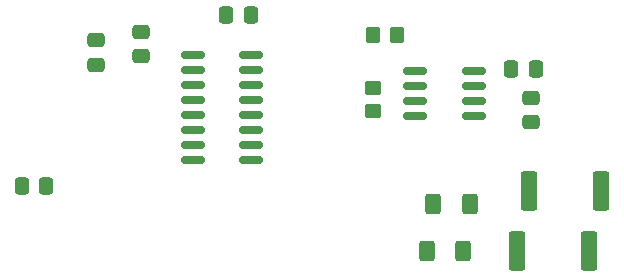
<source format=gtp>
G04 #@! TF.GenerationSoftware,KiCad,Pcbnew,8.0.6*
G04 #@! TF.CreationDate,2025-01-13T18:54:34-05:00*
G04 #@! TF.ProjectId,usb2J1708_rev4,75736232-4a31-4373-9038-5f726576342e,rev?*
G04 #@! TF.SameCoordinates,Original*
G04 #@! TF.FileFunction,Paste,Top*
G04 #@! TF.FilePolarity,Positive*
%FSLAX46Y46*%
G04 Gerber Fmt 4.6, Leading zero omitted, Abs format (unit mm)*
G04 Created by KiCad (PCBNEW 8.0.6) date 2025-01-13 18:54:34*
%MOMM*%
%LPD*%
G01*
G04 APERTURE LIST*
G04 Aperture macros list*
%AMRoundRect*
0 Rectangle with rounded corners*
0 $1 Rounding radius*
0 $2 $3 $4 $5 $6 $7 $8 $9 X,Y pos of 4 corners*
0 Add a 4 corners polygon primitive as box body*
4,1,4,$2,$3,$4,$5,$6,$7,$8,$9,$2,$3,0*
0 Add four circle primitives for the rounded corners*
1,1,$1+$1,$2,$3*
1,1,$1+$1,$4,$5*
1,1,$1+$1,$6,$7*
1,1,$1+$1,$8,$9*
0 Add four rect primitives between the rounded corners*
20,1,$1+$1,$2,$3,$4,$5,0*
20,1,$1+$1,$4,$5,$6,$7,0*
20,1,$1+$1,$6,$7,$8,$9,0*
20,1,$1+$1,$8,$9,$2,$3,0*%
G04 Aperture macros list end*
%ADD10RoundRect,0.249999X0.450001X1.425001X-0.450001X1.425001X-0.450001X-1.425001X0.450001X-1.425001X0*%
%ADD11RoundRect,0.250000X0.350000X0.450000X-0.350000X0.450000X-0.350000X-0.450000X0.350000X-0.450000X0*%
%ADD12RoundRect,0.250000X0.475000X-0.337500X0.475000X0.337500X-0.475000X0.337500X-0.475000X-0.337500X0*%
%ADD13RoundRect,0.150000X-0.825000X-0.150000X0.825000X-0.150000X0.825000X0.150000X-0.825000X0.150000X0*%
%ADD14RoundRect,0.250000X-0.450000X0.350000X-0.450000X-0.350000X0.450000X-0.350000X0.450000X0.350000X0*%
%ADD15RoundRect,0.250000X-0.400000X-0.625000X0.400000X-0.625000X0.400000X0.625000X-0.400000X0.625000X0*%
%ADD16RoundRect,0.250000X0.337500X0.475000X-0.337500X0.475000X-0.337500X-0.475000X0.337500X-0.475000X0*%
%ADD17RoundRect,0.250000X0.400000X0.625000X-0.400000X0.625000X-0.400000X-0.625000X0.400000X-0.625000X0*%
%ADD18RoundRect,0.250000X-0.337500X-0.475000X0.337500X-0.475000X0.337500X0.475000X-0.337500X0.475000X0*%
%ADD19RoundRect,0.250000X-0.475000X0.337500X-0.475000X-0.337500X0.475000X-0.337500X0.475000X0.337500X0*%
G04 APERTURE END LIST*
D10*
X182518000Y-109426000D03*
X176418000Y-109426000D03*
D11*
X165279800Y-96218200D03*
X163279800Y-96218200D03*
D12*
X143570000Y-98055000D03*
X143570000Y-95980000D03*
D13*
X166808600Y-99266200D03*
X166808600Y-100536200D03*
X166808600Y-101806200D03*
X166808600Y-103076200D03*
X171758600Y-103076200D03*
X171758600Y-101806200D03*
X171758600Y-100536200D03*
X171758600Y-99266200D03*
D14*
X163238400Y-100704600D03*
X163238400Y-102704600D03*
D15*
X168317800Y-110518400D03*
X171417800Y-110518400D03*
D12*
X139820000Y-98755000D03*
X139820000Y-96680000D03*
D16*
X152895000Y-94520000D03*
X150820000Y-94520000D03*
D17*
X170884000Y-114506000D03*
X167784000Y-114506000D03*
D18*
X174951700Y-99164600D03*
X177026700Y-99164600D03*
D16*
X135585000Y-109070000D03*
X133510000Y-109070000D03*
D19*
X176649600Y-101581500D03*
X176649600Y-103656500D03*
D13*
X147985000Y-97905000D03*
X147985000Y-99175000D03*
X147985000Y-100445000D03*
X147985000Y-101715000D03*
X147985000Y-102985000D03*
X147985000Y-104255000D03*
X147985000Y-105525000D03*
X147985000Y-106795000D03*
X152935000Y-106795000D03*
X152935000Y-105525000D03*
X152935000Y-104255000D03*
X152935000Y-102985000D03*
X152935000Y-101715000D03*
X152935000Y-100445000D03*
X152935000Y-99175000D03*
X152935000Y-97905000D03*
D10*
X181502000Y-114506000D03*
X175402000Y-114506000D03*
M02*

</source>
